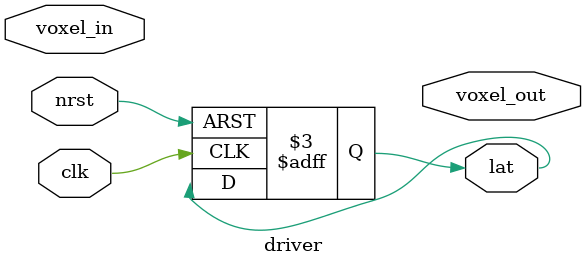
<source format=sv>
module driver #(parameter MULTIPLEXING = 8, parameter CHANNELS = 48, parameter DATA_WIDTH = 9)
(
    input wire clk,
    input wire nrst,
    input logic[DATA_WIDTH-1:0] voxel_in,
    output logic[DATA_WIDTH-1:0] voxel_out,
    output logic lat
);

always_ff@(posedge clk or negedge nrst)
    if(!nrst)
        lat <= 0;
    else
    begin
    end

endmodule

</source>
